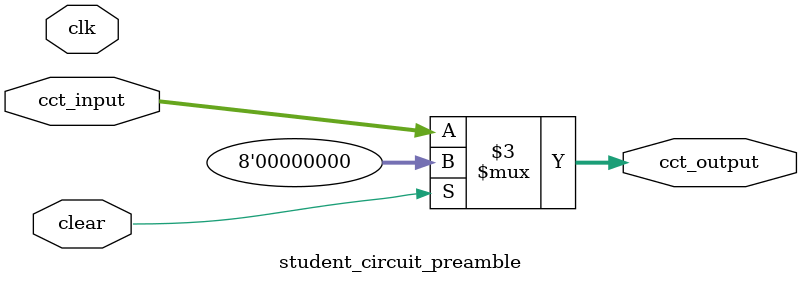
<source format=sv>

module student_circuit_preamble (
  input wire        clk, 
  input wire        clear,
  input wire  [7:0] cct_input,
  output reg  [7:0] cct_output
);

// initial circuit - should give 16'H622D in testbench for seed 8'HAA
// (replace with a different circuit as directed in the preamble)

  always @ *
    if (clear)
		  cct_output  = 8'H0; 
    else	
      cct_output  = cct_input;
       
endmodule

</source>
